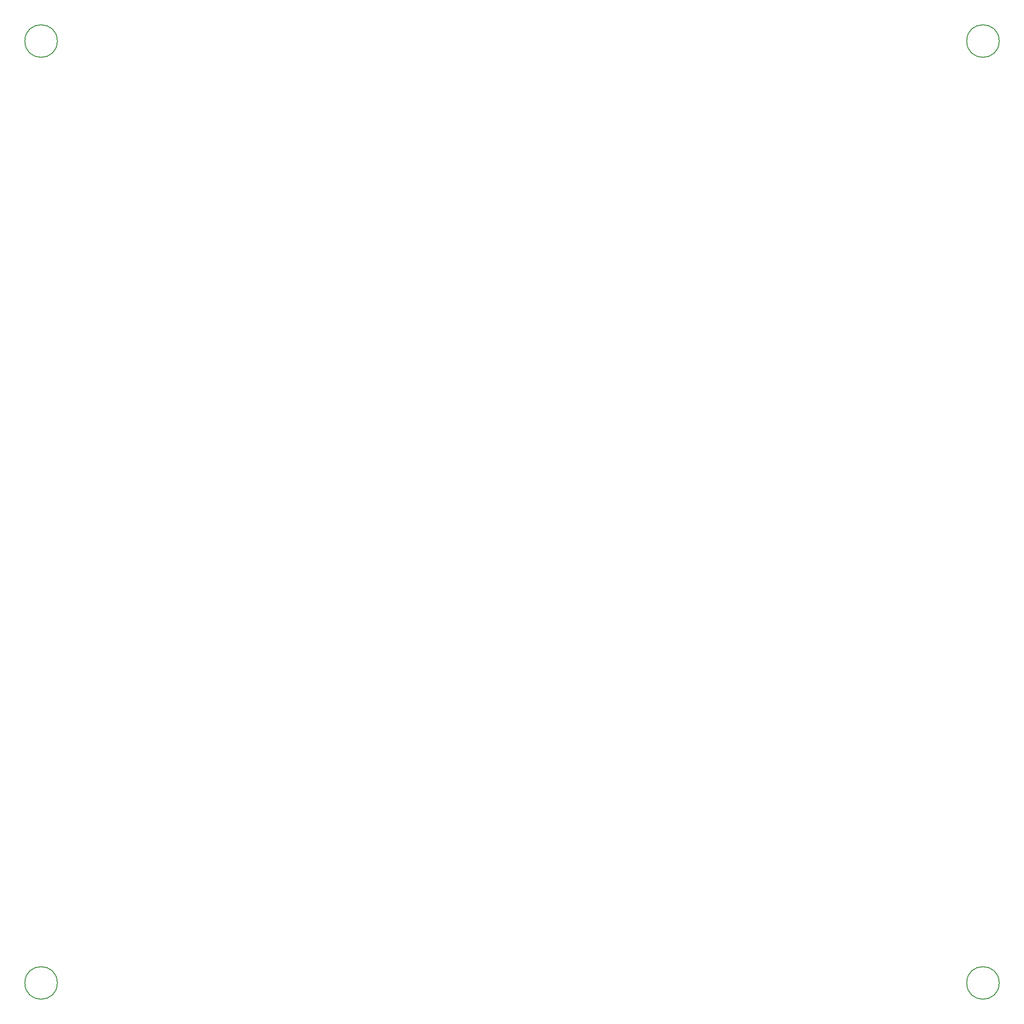
<source format=gbr>
%TF.GenerationSoftware,KiCad,Pcbnew,(6.0.9)*%
%TF.CreationDate,2023-01-09T12:20:16-05:00*%
%TF.ProjectId,Perris_Breakout,50657272-6973-45f4-9272-65616b6f7574,3*%
%TF.SameCoordinates,Original*%
%TF.FileFunction,Other,Comment*%
%FSLAX46Y46*%
G04 Gerber Fmt 4.6, Leading zero omitted, Abs format (unit mm)*
G04 Created by KiCad (PCBNEW (6.0.9)) date 2023-01-09 12:20:16*
%MOMM*%
%LPD*%
G01*
G04 APERTURE LIST*
%ADD10C,0.150000*%
G04 APERTURE END LIST*
D10*
%TO.C,H4*%
X192994300Y-211740000D02*
G75*
G03*
X192994300Y-211740000I-2850000J0D01*
G01*
%TO.C,H3*%
X27894300Y-211740000D02*
G75*
G03*
X27894300Y-211740000I-2850000J0D01*
G01*
%TO.C,H1*%
X27894300Y-46640000D02*
G75*
G03*
X27894300Y-46640000I-2850000J0D01*
G01*
%TO.C,H2*%
X192994300Y-46640000D02*
G75*
G03*
X192994300Y-46640000I-2850000J0D01*
G01*
%TD*%
M02*

</source>
